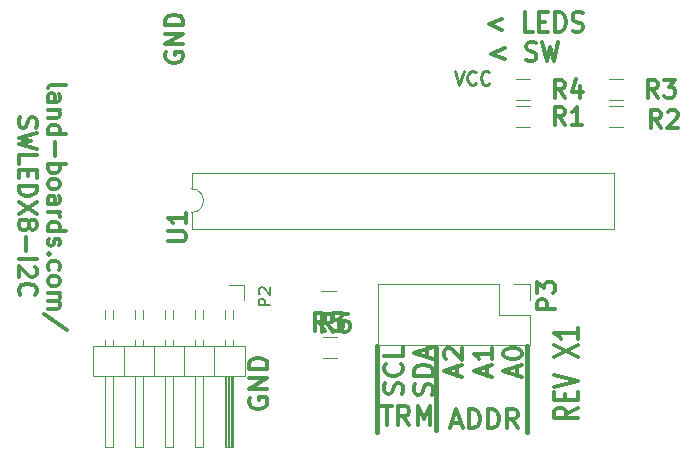
<source format=gbr>
G04 #@! TF.FileFunction,Legend,Top*
%FSLAX46Y46*%
G04 Gerber Fmt 4.6, Leading zero omitted, Abs format (unit mm)*
G04 Created by KiCad (PCBNEW (after 2015-mar-04 BZR unknown)-product) date 5/15/2017 4:50:43 PM*
%MOMM*%
G01*
G04 APERTURE LIST*
%ADD10C,0.150000*%
%ADD11C,0.381000*%
%ADD12C,0.304800*%
%ADD13C,0.285750*%
%ADD14C,0.375000*%
%ADD15C,0.120000*%
G04 APERTURE END LIST*
D10*
D11*
X48017000Y-47902000D02*
X48017000Y-40917000D01*
X55710000Y-48029000D02*
X55710000Y-40790000D01*
X42983000Y-40790000D02*
X42983000Y-48029000D01*
D12*
X49331033Y-47254583D02*
X50099081Y-47254583D01*
X49177424Y-47708155D02*
X49715057Y-46120655D01*
X50252690Y-47708155D01*
X50790324Y-47708155D02*
X50790324Y-46120655D01*
X51174348Y-46120655D01*
X51404762Y-46196250D01*
X51558371Y-46347440D01*
X51635176Y-46498631D01*
X51711981Y-46801012D01*
X51711981Y-47027798D01*
X51635176Y-47330179D01*
X51558371Y-47481369D01*
X51404762Y-47632560D01*
X51174348Y-47708155D01*
X50790324Y-47708155D01*
X52403224Y-47708155D02*
X52403224Y-46120655D01*
X52787248Y-46120655D01*
X53017662Y-46196250D01*
X53171271Y-46347440D01*
X53248076Y-46498631D01*
X53324881Y-46801012D01*
X53324881Y-47027798D01*
X53248076Y-47330179D01*
X53171271Y-47481369D01*
X53017662Y-47632560D01*
X52787248Y-47708155D01*
X52403224Y-47708155D01*
X54937781Y-47708155D02*
X54400148Y-46952202D01*
X54016124Y-47708155D02*
X54016124Y-46120655D01*
X54630562Y-46120655D01*
X54784171Y-46196250D01*
X54860976Y-46271845D01*
X54937781Y-46423036D01*
X54937781Y-46649821D01*
X54860976Y-46801012D01*
X54784171Y-46876607D01*
X54630562Y-46952202D01*
X54016124Y-46952202D01*
X43368520Y-45830655D02*
X44290177Y-45830655D01*
X43829348Y-47418155D02*
X43829348Y-45830655D01*
X45749467Y-47418155D02*
X45211834Y-46662202D01*
X44827810Y-47418155D02*
X44827810Y-45830655D01*
X45442248Y-45830655D01*
X45595857Y-45906250D01*
X45672662Y-45981845D01*
X45749467Y-46133036D01*
X45749467Y-46359821D01*
X45672662Y-46511012D01*
X45595857Y-46586607D01*
X45442248Y-46662202D01*
X44827810Y-46662202D01*
X46440710Y-47418155D02*
X46440710Y-45830655D01*
X46978343Y-46964583D01*
X47515976Y-45830655D01*
X47515976Y-47418155D01*
X45117960Y-44787457D02*
X45193555Y-44557043D01*
X45193555Y-44173019D01*
X45117960Y-44019409D01*
X45042364Y-43942605D01*
X44891174Y-43865800D01*
X44739983Y-43865800D01*
X44588793Y-43942605D01*
X44513198Y-44019409D01*
X44437602Y-44173019D01*
X44362007Y-44480238D01*
X44286412Y-44633847D01*
X44210817Y-44710652D01*
X44059626Y-44787457D01*
X43908436Y-44787457D01*
X43757245Y-44710652D01*
X43681650Y-44633847D01*
X43606055Y-44480238D01*
X43606055Y-44096214D01*
X43681650Y-43865800D01*
X45042364Y-42252900D02*
X45117960Y-42329705D01*
X45193555Y-42560119D01*
X45193555Y-42713729D01*
X45117960Y-42944143D01*
X44966769Y-43097752D01*
X44815579Y-43174557D01*
X44513198Y-43251362D01*
X44286412Y-43251362D01*
X43984031Y-43174557D01*
X43832840Y-43097752D01*
X43681650Y-42944143D01*
X43606055Y-42713729D01*
X43606055Y-42560119D01*
X43681650Y-42329705D01*
X43757245Y-42252900D01*
X45193555Y-40793610D02*
X45193555Y-41561657D01*
X43606055Y-41561657D01*
X47645260Y-44864262D02*
X47720855Y-44633848D01*
X47720855Y-44249824D01*
X47645260Y-44096214D01*
X47569664Y-44019410D01*
X47418474Y-43942605D01*
X47267283Y-43942605D01*
X47116093Y-44019410D01*
X47040498Y-44096214D01*
X46964902Y-44249824D01*
X46889307Y-44557043D01*
X46813712Y-44710652D01*
X46738117Y-44787457D01*
X46586926Y-44864262D01*
X46435736Y-44864262D01*
X46284545Y-44787457D01*
X46208950Y-44710652D01*
X46133355Y-44557043D01*
X46133355Y-44173019D01*
X46208950Y-43942605D01*
X47720855Y-43251362D02*
X46133355Y-43251362D01*
X46133355Y-42867338D01*
X46208950Y-42636924D01*
X46360140Y-42483315D01*
X46511331Y-42406510D01*
X46813712Y-42329705D01*
X47040498Y-42329705D01*
X47342879Y-42406510D01*
X47494069Y-42483315D01*
X47645260Y-42636924D01*
X47720855Y-42867338D01*
X47720855Y-43251362D01*
X47267283Y-41715267D02*
X47267283Y-40947219D01*
X47720855Y-41868876D02*
X46133355Y-41331243D01*
X47720855Y-40793610D01*
X49794583Y-43251362D02*
X49794583Y-42483314D01*
X50248155Y-43404971D02*
X48660655Y-42867338D01*
X50248155Y-42329705D01*
X48811845Y-41868876D02*
X48736250Y-41792071D01*
X48660655Y-41638462D01*
X48660655Y-41254438D01*
X48736250Y-41100828D01*
X48811845Y-41024024D01*
X48963036Y-40947219D01*
X49114226Y-40947219D01*
X49341012Y-41024024D01*
X50248155Y-41945681D01*
X50248155Y-40947219D01*
X52321883Y-43251362D02*
X52321883Y-42483314D01*
X52775455Y-43404971D02*
X51187955Y-42867338D01*
X52775455Y-42329705D01*
X52775455Y-40947219D02*
X52775455Y-41868876D01*
X52775455Y-41408047D02*
X51187955Y-41408047D01*
X51414740Y-41561657D01*
X51565931Y-41715266D01*
X51641526Y-41868876D01*
X54849183Y-43251362D02*
X54849183Y-42483314D01*
X55302755Y-43404971D02*
X53715255Y-42867338D01*
X55302755Y-42329705D01*
X53715255Y-41484852D02*
X53715255Y-41331243D01*
X53790850Y-41177633D01*
X53866445Y-41100828D01*
X54017636Y-41024024D01*
X54320017Y-40947219D01*
X54697993Y-40947219D01*
X55000374Y-41024024D01*
X55151564Y-41100828D01*
X55227160Y-41177633D01*
X55302755Y-41331243D01*
X55302755Y-41484852D01*
X55227160Y-41638462D01*
X55151564Y-41715266D01*
X55000374Y-41792071D01*
X54697993Y-41868876D01*
X54320017Y-41868876D01*
X54017636Y-41792071D01*
X53866445Y-41715266D01*
X53790850Y-41638462D01*
X53715255Y-41484852D01*
X32226250Y-45126124D02*
X32150655Y-45279733D01*
X32150655Y-45510148D01*
X32226250Y-45740562D01*
X32377440Y-45894171D01*
X32528631Y-45970976D01*
X32831012Y-46047781D01*
X33057798Y-46047781D01*
X33360179Y-45970976D01*
X33511369Y-45894171D01*
X33662560Y-45740562D01*
X33738155Y-45510148D01*
X33738155Y-45356538D01*
X33662560Y-45126124D01*
X33586964Y-45049319D01*
X33057798Y-45049319D01*
X33057798Y-45356538D01*
X33738155Y-44358076D02*
X32150655Y-44358076D01*
X33738155Y-43436419D01*
X32150655Y-43436419D01*
X33738155Y-42668371D02*
X32150655Y-42668371D01*
X32150655Y-42284347D01*
X32226250Y-42053933D01*
X32377440Y-41900324D01*
X32528631Y-41823519D01*
X32831012Y-41746714D01*
X33057798Y-41746714D01*
X33360179Y-41823519D01*
X33511369Y-41900324D01*
X33662560Y-42053933D01*
X33738155Y-42284347D01*
X33738155Y-42668371D01*
D13*
X49576000Y-17474071D02*
X49957000Y-18617071D01*
X50338000Y-17474071D01*
X51372143Y-18508214D02*
X51317714Y-18562643D01*
X51154428Y-18617071D01*
X51045571Y-18617071D01*
X50882286Y-18562643D01*
X50773428Y-18453786D01*
X50719000Y-18344929D01*
X50664571Y-18127214D01*
X50664571Y-17963929D01*
X50719000Y-17746214D01*
X50773428Y-17637357D01*
X50882286Y-17528500D01*
X51045571Y-17474071D01*
X51154428Y-17474071D01*
X51317714Y-17528500D01*
X51372143Y-17582929D01*
X52515143Y-18508214D02*
X52460714Y-18562643D01*
X52297428Y-18617071D01*
X52188571Y-18617071D01*
X52025286Y-18562643D01*
X51916428Y-18453786D01*
X51862000Y-18344929D01*
X51807571Y-18127214D01*
X51807571Y-17963929D01*
X51862000Y-17746214D01*
X51916428Y-17637357D01*
X52025286Y-17528500D01*
X52188571Y-17474071D01*
X52297428Y-17474071D01*
X52460714Y-17528500D01*
X52515143Y-17582929D01*
D12*
X53824000Y-15546214D02*
X52662857Y-16017929D01*
X53824000Y-16489643D01*
X55638286Y-16568262D02*
X55856000Y-16646881D01*
X56218857Y-16646881D01*
X56364000Y-16568262D01*
X56436571Y-16489643D01*
X56509143Y-16332405D01*
X56509143Y-16175167D01*
X56436571Y-16017929D01*
X56364000Y-15939310D01*
X56218857Y-15860690D01*
X55928571Y-15782071D01*
X55783429Y-15703452D01*
X55710857Y-15624833D01*
X55638286Y-15467595D01*
X55638286Y-15310357D01*
X55710857Y-15153119D01*
X55783429Y-15074500D01*
X55928571Y-14995881D01*
X56291429Y-14995881D01*
X56509143Y-15074500D01*
X57017143Y-14995881D02*
X57380000Y-16646881D01*
X57670286Y-15467595D01*
X57960572Y-16646881D01*
X58323429Y-14995881D01*
X53624000Y-13046214D02*
X52462857Y-13517929D01*
X53624000Y-13989643D01*
X56236571Y-14146881D02*
X55510857Y-14146881D01*
X55510857Y-12495881D01*
X56744571Y-13282071D02*
X57252571Y-13282071D01*
X57470285Y-14146881D02*
X56744571Y-14146881D01*
X56744571Y-12495881D01*
X57470285Y-12495881D01*
X58123428Y-14146881D02*
X58123428Y-12495881D01*
X58486285Y-12495881D01*
X58704000Y-12574500D01*
X58849142Y-12731738D01*
X58921714Y-12888976D01*
X58994285Y-13203452D01*
X58994285Y-13439310D01*
X58921714Y-13753786D01*
X58849142Y-13911024D01*
X58704000Y-14068262D01*
X58486285Y-14146881D01*
X58123428Y-14146881D01*
X59574857Y-14068262D02*
X59792571Y-14146881D01*
X60155428Y-14146881D01*
X60300571Y-14068262D01*
X60373142Y-13989643D01*
X60445714Y-13832405D01*
X60445714Y-13675167D01*
X60373142Y-13517929D01*
X60300571Y-13439310D01*
X60155428Y-13360690D01*
X59865142Y-13282071D01*
X59720000Y-13203452D01*
X59647428Y-13124833D01*
X59574857Y-12967595D01*
X59574857Y-12810357D01*
X59647428Y-12653119D01*
X59720000Y-12574500D01*
X59865142Y-12495881D01*
X60228000Y-12495881D01*
X60445714Y-12574500D01*
X25146000Y-15893142D02*
X25073429Y-16038285D01*
X25073429Y-16255999D01*
X25146000Y-16473714D01*
X25291143Y-16618856D01*
X25436286Y-16691428D01*
X25726571Y-16763999D01*
X25944286Y-16763999D01*
X26234571Y-16691428D01*
X26379714Y-16618856D01*
X26524857Y-16473714D01*
X26597429Y-16255999D01*
X26597429Y-16110856D01*
X26524857Y-15893142D01*
X26452286Y-15820571D01*
X25944286Y-15820571D01*
X25944286Y-16110856D01*
X26597429Y-15167428D02*
X25073429Y-15167428D01*
X26597429Y-14296571D01*
X25073429Y-14296571D01*
X26597429Y-13570857D02*
X25073429Y-13570857D01*
X25073429Y-13208000D01*
X25146000Y-12990285D01*
X25291143Y-12845143D01*
X25436286Y-12772571D01*
X25726571Y-12700000D01*
X25944286Y-12700000D01*
X26234571Y-12772571D01*
X26379714Y-12845143D01*
X26524857Y-12990285D01*
X26597429Y-13208000D01*
X26597429Y-13570857D01*
D14*
X15158929Y-18864286D02*
X15230357Y-18721428D01*
X15373214Y-18650000D01*
X16658929Y-18650000D01*
X15158929Y-20078571D02*
X15944643Y-20078571D01*
X16087500Y-20007142D01*
X16158929Y-19864285D01*
X16158929Y-19578571D01*
X16087500Y-19435714D01*
X15230357Y-20078571D02*
X15158929Y-19935714D01*
X15158929Y-19578571D01*
X15230357Y-19435714D01*
X15373214Y-19364285D01*
X15516071Y-19364285D01*
X15658929Y-19435714D01*
X15730357Y-19578571D01*
X15730357Y-19935714D01*
X15801786Y-20078571D01*
X16158929Y-20792857D02*
X15158929Y-20792857D01*
X16016071Y-20792857D02*
X16087500Y-20864285D01*
X16158929Y-21007143D01*
X16158929Y-21221428D01*
X16087500Y-21364285D01*
X15944643Y-21435714D01*
X15158929Y-21435714D01*
X15158929Y-22792857D02*
X16658929Y-22792857D01*
X15230357Y-22792857D02*
X15158929Y-22650000D01*
X15158929Y-22364286D01*
X15230357Y-22221428D01*
X15301786Y-22150000D01*
X15444643Y-22078571D01*
X15873214Y-22078571D01*
X16016071Y-22150000D01*
X16087500Y-22221428D01*
X16158929Y-22364286D01*
X16158929Y-22650000D01*
X16087500Y-22792857D01*
X15730357Y-23507143D02*
X15730357Y-24650000D01*
X15158929Y-25364286D02*
X16658929Y-25364286D01*
X16087500Y-25364286D02*
X16158929Y-25507143D01*
X16158929Y-25792857D01*
X16087500Y-25935714D01*
X16016071Y-26007143D01*
X15873214Y-26078572D01*
X15444643Y-26078572D01*
X15301786Y-26007143D01*
X15230357Y-25935714D01*
X15158929Y-25792857D01*
X15158929Y-25507143D01*
X15230357Y-25364286D01*
X15158929Y-26935715D02*
X15230357Y-26792857D01*
X15301786Y-26721429D01*
X15444643Y-26650000D01*
X15873214Y-26650000D01*
X16016071Y-26721429D01*
X16087500Y-26792857D01*
X16158929Y-26935715D01*
X16158929Y-27150000D01*
X16087500Y-27292857D01*
X16016071Y-27364286D01*
X15873214Y-27435715D01*
X15444643Y-27435715D01*
X15301786Y-27364286D01*
X15230357Y-27292857D01*
X15158929Y-27150000D01*
X15158929Y-26935715D01*
X15158929Y-28721429D02*
X15944643Y-28721429D01*
X16087500Y-28650000D01*
X16158929Y-28507143D01*
X16158929Y-28221429D01*
X16087500Y-28078572D01*
X15230357Y-28721429D02*
X15158929Y-28578572D01*
X15158929Y-28221429D01*
X15230357Y-28078572D01*
X15373214Y-28007143D01*
X15516071Y-28007143D01*
X15658929Y-28078572D01*
X15730357Y-28221429D01*
X15730357Y-28578572D01*
X15801786Y-28721429D01*
X15158929Y-29435715D02*
X16158929Y-29435715D01*
X15873214Y-29435715D02*
X16016071Y-29507143D01*
X16087500Y-29578572D01*
X16158929Y-29721429D01*
X16158929Y-29864286D01*
X15158929Y-31007143D02*
X16658929Y-31007143D01*
X15230357Y-31007143D02*
X15158929Y-30864286D01*
X15158929Y-30578572D01*
X15230357Y-30435714D01*
X15301786Y-30364286D01*
X15444643Y-30292857D01*
X15873214Y-30292857D01*
X16016071Y-30364286D01*
X16087500Y-30435714D01*
X16158929Y-30578572D01*
X16158929Y-30864286D01*
X16087500Y-31007143D01*
X15230357Y-31650000D02*
X15158929Y-31792857D01*
X15158929Y-32078572D01*
X15230357Y-32221429D01*
X15373214Y-32292857D01*
X15444643Y-32292857D01*
X15587500Y-32221429D01*
X15658929Y-32078572D01*
X15658929Y-31864286D01*
X15730357Y-31721429D01*
X15873214Y-31650000D01*
X15944643Y-31650000D01*
X16087500Y-31721429D01*
X16158929Y-31864286D01*
X16158929Y-32078572D01*
X16087500Y-32221429D01*
X15301786Y-32935715D02*
X15230357Y-33007143D01*
X15158929Y-32935715D01*
X15230357Y-32864286D01*
X15301786Y-32935715D01*
X15158929Y-32935715D01*
X15230357Y-34292858D02*
X15158929Y-34150001D01*
X15158929Y-33864287D01*
X15230357Y-33721429D01*
X15301786Y-33650001D01*
X15444643Y-33578572D01*
X15873214Y-33578572D01*
X16016071Y-33650001D01*
X16087500Y-33721429D01*
X16158929Y-33864287D01*
X16158929Y-34150001D01*
X16087500Y-34292858D01*
X15158929Y-35150001D02*
X15230357Y-35007143D01*
X15301786Y-34935715D01*
X15444643Y-34864286D01*
X15873214Y-34864286D01*
X16016071Y-34935715D01*
X16087500Y-35007143D01*
X16158929Y-35150001D01*
X16158929Y-35364286D01*
X16087500Y-35507143D01*
X16016071Y-35578572D01*
X15873214Y-35650001D01*
X15444643Y-35650001D01*
X15301786Y-35578572D01*
X15230357Y-35507143D01*
X15158929Y-35364286D01*
X15158929Y-35150001D01*
X15158929Y-36292858D02*
X16158929Y-36292858D01*
X16016071Y-36292858D02*
X16087500Y-36364286D01*
X16158929Y-36507144D01*
X16158929Y-36721429D01*
X16087500Y-36864286D01*
X15944643Y-36935715D01*
X15158929Y-36935715D01*
X15944643Y-36935715D02*
X16087500Y-37007144D01*
X16158929Y-37150001D01*
X16158929Y-37364286D01*
X16087500Y-37507144D01*
X15944643Y-37578572D01*
X15158929Y-37578572D01*
X16730357Y-39364286D02*
X14801786Y-38078572D01*
X12755357Y-21400000D02*
X12683929Y-21614286D01*
X12683929Y-21971429D01*
X12755357Y-22114286D01*
X12826786Y-22185715D01*
X12969643Y-22257143D01*
X13112500Y-22257143D01*
X13255357Y-22185715D01*
X13326786Y-22114286D01*
X13398214Y-21971429D01*
X13469643Y-21685715D01*
X13541071Y-21542857D01*
X13612500Y-21471429D01*
X13755357Y-21400000D01*
X13898214Y-21400000D01*
X14041071Y-21471429D01*
X14112500Y-21542857D01*
X14183929Y-21685715D01*
X14183929Y-22042857D01*
X14112500Y-22257143D01*
X14183929Y-22757143D02*
X12683929Y-23114286D01*
X13755357Y-23400000D01*
X12683929Y-23685714D01*
X14183929Y-24042857D01*
X12683929Y-25328572D02*
X12683929Y-24614286D01*
X14183929Y-24614286D01*
X13469643Y-25828572D02*
X13469643Y-26328572D01*
X12683929Y-26542858D02*
X12683929Y-25828572D01*
X14183929Y-25828572D01*
X14183929Y-26542858D01*
X12683929Y-27185715D02*
X14183929Y-27185715D01*
X14183929Y-27542858D01*
X14112500Y-27757143D01*
X13969643Y-27900001D01*
X13826786Y-27971429D01*
X13541071Y-28042858D01*
X13326786Y-28042858D01*
X13041071Y-27971429D01*
X12898214Y-27900001D01*
X12755357Y-27757143D01*
X12683929Y-27542858D01*
X12683929Y-27185715D01*
X14183929Y-28542858D02*
X12683929Y-29542858D01*
X14183929Y-29542858D02*
X12683929Y-28542858D01*
X13541071Y-30328572D02*
X13612500Y-30185714D01*
X13683929Y-30114286D01*
X13826786Y-30042857D01*
X13898214Y-30042857D01*
X14041071Y-30114286D01*
X14112500Y-30185714D01*
X14183929Y-30328572D01*
X14183929Y-30614286D01*
X14112500Y-30757143D01*
X14041071Y-30828572D01*
X13898214Y-30900000D01*
X13826786Y-30900000D01*
X13683929Y-30828572D01*
X13612500Y-30757143D01*
X13541071Y-30614286D01*
X13541071Y-30328572D01*
X13469643Y-30185714D01*
X13398214Y-30114286D01*
X13255357Y-30042857D01*
X12969643Y-30042857D01*
X12826786Y-30114286D01*
X12755357Y-30185714D01*
X12683929Y-30328572D01*
X12683929Y-30614286D01*
X12755357Y-30757143D01*
X12826786Y-30828572D01*
X12969643Y-30900000D01*
X13255357Y-30900000D01*
X13398214Y-30828572D01*
X13469643Y-30757143D01*
X13541071Y-30614286D01*
X13255357Y-31542857D02*
X13255357Y-32685714D01*
X12683929Y-33400000D02*
X14183929Y-33400000D01*
X14041071Y-34042857D02*
X14112500Y-34114286D01*
X14183929Y-34257143D01*
X14183929Y-34614286D01*
X14112500Y-34757143D01*
X14041071Y-34828572D01*
X13898214Y-34900000D01*
X13755357Y-34900000D01*
X13541071Y-34828572D01*
X12683929Y-33971429D01*
X12683929Y-34900000D01*
X12826786Y-36400000D02*
X12755357Y-36328571D01*
X12683929Y-36114285D01*
X12683929Y-35971428D01*
X12755357Y-35757143D01*
X12898214Y-35614285D01*
X13041071Y-35542857D01*
X13326786Y-35471428D01*
X13541071Y-35471428D01*
X13826786Y-35542857D01*
X13969643Y-35614285D01*
X14112500Y-35757143D01*
X14183929Y-35971428D01*
X14183929Y-36114285D01*
X14112500Y-36328571D01*
X14041071Y-36400000D01*
D12*
X60019238Y-46002858D02*
X59051619Y-46510858D01*
X60019238Y-46873715D02*
X57987238Y-46873715D01*
X57987238Y-46293143D01*
X58084000Y-46148001D01*
X58180762Y-46075429D01*
X58374286Y-46002858D01*
X58664571Y-46002858D01*
X58858095Y-46075429D01*
X58954857Y-46148001D01*
X59051619Y-46293143D01*
X59051619Y-46873715D01*
X58954857Y-45349715D02*
X58954857Y-44841715D01*
X60019238Y-44624001D02*
X60019238Y-45349715D01*
X57987238Y-45349715D01*
X57987238Y-44624001D01*
X57987238Y-44188572D02*
X60019238Y-43680572D01*
X57987238Y-43172572D01*
X57987238Y-41648572D02*
X60019238Y-40632572D01*
X57987238Y-40632572D02*
X60019238Y-41648572D01*
X60019238Y-39253714D02*
X60019238Y-40124571D01*
X60019238Y-39689143D02*
X57987238Y-39689143D01*
X58277524Y-39834286D01*
X58471048Y-39979428D01*
X58567810Y-40124571D01*
D15*
X54772000Y-20456000D02*
X55972000Y-20456000D01*
X55972000Y-22216000D02*
X54772000Y-22216000D01*
X62646000Y-20456000D02*
X63846000Y-20456000D01*
X63846000Y-22216000D02*
X62646000Y-22216000D01*
X62646000Y-18170000D02*
X63846000Y-18170000D01*
X63846000Y-19930000D02*
X62646000Y-19930000D01*
X54772000Y-18170000D02*
X55972000Y-18170000D01*
X55972000Y-19930000D02*
X54772000Y-19930000D01*
X39500000Y-37880000D02*
X38300000Y-37880000D01*
X38300000Y-36120000D02*
X39500000Y-36120000D01*
X39600000Y-41780000D02*
X38400000Y-41780000D01*
X38400000Y-40020000D02*
X39600000Y-40020000D01*
X53340000Y-35500000D02*
X43120000Y-35500000D01*
X43120000Y-35500000D02*
X43120000Y-40700000D01*
X43120000Y-40700000D02*
X55940000Y-40700000D01*
X55940000Y-40700000D02*
X55940000Y-38100000D01*
X55940000Y-38100000D02*
X53340000Y-38100000D01*
X53340000Y-38100000D02*
X53340000Y-35500000D01*
X54610000Y-35500000D02*
X55940000Y-35500000D01*
X55940000Y-35500000D02*
X55940000Y-36830000D01*
X27312000Y-29448000D02*
X27312000Y-30818000D01*
X27312000Y-30818000D02*
X63112000Y-30818000D01*
X63112000Y-30818000D02*
X63112000Y-26078000D01*
X63112000Y-26078000D02*
X27312000Y-26078000D01*
X27312000Y-26078000D02*
X27312000Y-27448000D01*
X27312000Y-27448000D02*
G75*
G02X27312000Y-29448000I0J-1000000D01*
G01*
X31810000Y-40710000D02*
X29210000Y-40710000D01*
X29210000Y-40710000D02*
X29210000Y-43330000D01*
X29210000Y-43330000D02*
X31810000Y-43330000D01*
X31810000Y-43330000D02*
X31810000Y-40710000D01*
X30860000Y-43330000D02*
X30100000Y-43330000D01*
X30100000Y-43330000D02*
X30100000Y-49330000D01*
X30100000Y-49330000D02*
X30860000Y-49330000D01*
X30860000Y-49330000D02*
X30860000Y-43330000D01*
X30860000Y-40280000D02*
X30860000Y-40710000D01*
X30100000Y-40280000D02*
X30100000Y-40710000D01*
X30860000Y-37740000D02*
X30860000Y-38460000D01*
X30100000Y-37740000D02*
X30100000Y-38460000D01*
X30740000Y-43330000D02*
X30740000Y-49330000D01*
X30620000Y-43330000D02*
X30620000Y-49330000D01*
X30500000Y-43330000D02*
X30500000Y-49330000D01*
X30380000Y-43330000D02*
X30380000Y-49330000D01*
X30260000Y-43330000D02*
X30260000Y-49330000D01*
X30140000Y-43330000D02*
X30140000Y-49330000D01*
X29210000Y-40710000D02*
X26670000Y-40710000D01*
X26670000Y-40710000D02*
X26670000Y-43330000D01*
X26670000Y-43330000D02*
X29210000Y-43330000D01*
X29210000Y-43330000D02*
X29210000Y-40710000D01*
X28320000Y-43330000D02*
X27560000Y-43330000D01*
X27560000Y-43330000D02*
X27560000Y-49330000D01*
X27560000Y-49330000D02*
X28320000Y-49330000D01*
X28320000Y-49330000D02*
X28320000Y-43330000D01*
X28320000Y-40280000D02*
X28320000Y-40710000D01*
X27560000Y-40280000D02*
X27560000Y-40710000D01*
X28320000Y-37740000D02*
X28320000Y-38460000D01*
X27560000Y-37740000D02*
X27560000Y-38460000D01*
X26670000Y-40710000D02*
X24130000Y-40710000D01*
X24130000Y-40710000D02*
X24130000Y-43330000D01*
X24130000Y-43330000D02*
X26670000Y-43330000D01*
X26670000Y-43330000D02*
X26670000Y-40710000D01*
X25780000Y-43330000D02*
X25020000Y-43330000D01*
X25020000Y-43330000D02*
X25020000Y-49330000D01*
X25020000Y-49330000D02*
X25780000Y-49330000D01*
X25780000Y-49330000D02*
X25780000Y-43330000D01*
X25780000Y-40280000D02*
X25780000Y-40710000D01*
X25020000Y-40280000D02*
X25020000Y-40710000D01*
X25780000Y-37740000D02*
X25780000Y-38460000D01*
X25020000Y-37740000D02*
X25020000Y-38460000D01*
X24130000Y-40710000D02*
X21590000Y-40710000D01*
X21590000Y-40710000D02*
X21590000Y-43330000D01*
X21590000Y-43330000D02*
X24130000Y-43330000D01*
X24130000Y-43330000D02*
X24130000Y-40710000D01*
X23240000Y-43330000D02*
X22480000Y-43330000D01*
X22480000Y-43330000D02*
X22480000Y-49330000D01*
X22480000Y-49330000D02*
X23240000Y-49330000D01*
X23240000Y-49330000D02*
X23240000Y-43330000D01*
X23240000Y-40280000D02*
X23240000Y-40710000D01*
X22480000Y-40280000D02*
X22480000Y-40710000D01*
X23240000Y-37740000D02*
X23240000Y-38460000D01*
X22480000Y-37740000D02*
X22480000Y-38460000D01*
X21590000Y-40710000D02*
X18990000Y-40710000D01*
X18990000Y-40710000D02*
X18990000Y-43330000D01*
X18990000Y-43330000D02*
X21590000Y-43330000D01*
X21590000Y-43330000D02*
X21590000Y-40710000D01*
X20700000Y-43330000D02*
X19940000Y-43330000D01*
X19940000Y-43330000D02*
X19940000Y-49330000D01*
X19940000Y-49330000D02*
X20700000Y-49330000D01*
X20700000Y-49330000D02*
X20700000Y-43330000D01*
X20700000Y-40280000D02*
X20700000Y-40710000D01*
X19940000Y-40280000D02*
X19940000Y-40710000D01*
X20700000Y-37740000D02*
X20700000Y-38460000D01*
X19940000Y-37740000D02*
X19940000Y-38460000D01*
X30480000Y-35560000D02*
X31750000Y-35560000D01*
X31750000Y-35560000D02*
X31750000Y-36830000D01*
D12*
X58928000Y-22025429D02*
X58420000Y-21299714D01*
X58057143Y-22025429D02*
X58057143Y-20501429D01*
X58637715Y-20501429D01*
X58782857Y-20574000D01*
X58855429Y-20646571D01*
X58928000Y-20791714D01*
X58928000Y-21009429D01*
X58855429Y-21154571D01*
X58782857Y-21227143D01*
X58637715Y-21299714D01*
X58057143Y-21299714D01*
X60379429Y-22025429D02*
X59508572Y-22025429D01*
X59944000Y-22025429D02*
X59944000Y-20501429D01*
X59798857Y-20719143D01*
X59653715Y-20864286D01*
X59508572Y-20936857D01*
X67056000Y-22279429D02*
X66548000Y-21553714D01*
X66185143Y-22279429D02*
X66185143Y-20755429D01*
X66765715Y-20755429D01*
X66910857Y-20828000D01*
X66983429Y-20900571D01*
X67056000Y-21045714D01*
X67056000Y-21263429D01*
X66983429Y-21408571D01*
X66910857Y-21481143D01*
X66765715Y-21553714D01*
X66185143Y-21553714D01*
X67636572Y-20900571D02*
X67709143Y-20828000D01*
X67854286Y-20755429D01*
X68217143Y-20755429D01*
X68362286Y-20828000D01*
X68434857Y-20900571D01*
X68507429Y-21045714D01*
X68507429Y-21190857D01*
X68434857Y-21408571D01*
X67564000Y-22279429D01*
X68507429Y-22279429D01*
X66802000Y-19739429D02*
X66294000Y-19013714D01*
X65931143Y-19739429D02*
X65931143Y-18215429D01*
X66511715Y-18215429D01*
X66656857Y-18288000D01*
X66729429Y-18360571D01*
X66802000Y-18505714D01*
X66802000Y-18723429D01*
X66729429Y-18868571D01*
X66656857Y-18941143D01*
X66511715Y-19013714D01*
X65931143Y-19013714D01*
X67310000Y-18215429D02*
X68253429Y-18215429D01*
X67745429Y-18796000D01*
X67963143Y-18796000D01*
X68108286Y-18868571D01*
X68180857Y-18941143D01*
X68253429Y-19086286D01*
X68253429Y-19449143D01*
X68180857Y-19594286D01*
X68108286Y-19666857D01*
X67963143Y-19739429D01*
X67527715Y-19739429D01*
X67382572Y-19666857D01*
X67310000Y-19594286D01*
X58928000Y-19739429D02*
X58420000Y-19013714D01*
X58057143Y-19739429D02*
X58057143Y-18215429D01*
X58637715Y-18215429D01*
X58782857Y-18288000D01*
X58855429Y-18360571D01*
X58928000Y-18505714D01*
X58928000Y-18723429D01*
X58855429Y-18868571D01*
X58782857Y-18941143D01*
X58637715Y-19013714D01*
X58057143Y-19013714D01*
X60234286Y-18723429D02*
X60234286Y-19739429D01*
X59871429Y-18142857D02*
X59508572Y-19231429D01*
X60452000Y-19231429D01*
X38646000Y-39467429D02*
X38138000Y-38741714D01*
X37775143Y-39467429D02*
X37775143Y-37943429D01*
X38355715Y-37943429D01*
X38500857Y-38016000D01*
X38573429Y-38088571D01*
X38646000Y-38233714D01*
X38646000Y-38451429D01*
X38573429Y-38596571D01*
X38500857Y-38669143D01*
X38355715Y-38741714D01*
X37775143Y-38741714D01*
X40024857Y-37943429D02*
X39299143Y-37943429D01*
X39226572Y-38669143D01*
X39299143Y-38596571D01*
X39444286Y-38524000D01*
X39807143Y-38524000D01*
X39952286Y-38596571D01*
X40024857Y-38669143D01*
X40097429Y-38814286D01*
X40097429Y-39177143D01*
X40024857Y-39322286D01*
X39952286Y-39394857D01*
X39807143Y-39467429D01*
X39444286Y-39467429D01*
X39299143Y-39394857D01*
X39226572Y-39322286D01*
X39254000Y-39557429D02*
X38746000Y-38831714D01*
X38383143Y-39557429D02*
X38383143Y-38033429D01*
X38963715Y-38033429D01*
X39108857Y-38106000D01*
X39181429Y-38178571D01*
X39254000Y-38323714D01*
X39254000Y-38541429D01*
X39181429Y-38686571D01*
X39108857Y-38759143D01*
X38963715Y-38831714D01*
X38383143Y-38831714D01*
X40560286Y-38033429D02*
X40270000Y-38033429D01*
X40124857Y-38106000D01*
X40052286Y-38178571D01*
X39907143Y-38396286D01*
X39834572Y-38686571D01*
X39834572Y-39267143D01*
X39907143Y-39412286D01*
X39979715Y-39484857D01*
X40124857Y-39557429D01*
X40415143Y-39557429D01*
X40560286Y-39484857D01*
X40632857Y-39412286D01*
X40705429Y-39267143D01*
X40705429Y-38904286D01*
X40632857Y-38759143D01*
X40560286Y-38686571D01*
X40415143Y-38614000D01*
X40124857Y-38614000D01*
X39979715Y-38686571D01*
X39907143Y-38759143D01*
X39834572Y-38904286D01*
X58099429Y-37654857D02*
X56575429Y-37654857D01*
X56575429Y-37074285D01*
X56648000Y-36929143D01*
X56720571Y-36856571D01*
X56865714Y-36784000D01*
X57083429Y-36784000D01*
X57228571Y-36856571D01*
X57301143Y-36929143D01*
X57373714Y-37074285D01*
X57373714Y-37654857D01*
X56575429Y-36276000D02*
X56575429Y-35332571D01*
X57156000Y-35840571D01*
X57156000Y-35622857D01*
X57228571Y-35477714D01*
X57301143Y-35405143D01*
X57446286Y-35332571D01*
X57809143Y-35332571D01*
X57954286Y-35405143D01*
X58026857Y-35477714D01*
X58099429Y-35622857D01*
X58099429Y-36058285D01*
X58026857Y-36203428D01*
X57954286Y-36276000D01*
X25327429Y-31895143D02*
X26561143Y-31895143D01*
X26706286Y-31822571D01*
X26778857Y-31750000D01*
X26851429Y-31604857D01*
X26851429Y-31314571D01*
X26778857Y-31169429D01*
X26706286Y-31096857D01*
X26561143Y-31024286D01*
X25327429Y-31024286D01*
X26851429Y-29500286D02*
X26851429Y-30371143D01*
X26851429Y-29935715D02*
X25327429Y-29935715D01*
X25545143Y-30080858D01*
X25690286Y-30226000D01*
X25762857Y-30371143D01*
D10*
X33980381Y-37314095D02*
X32980381Y-37314095D01*
X32980381Y-36933142D01*
X33028000Y-36837904D01*
X33075619Y-36790285D01*
X33170857Y-36742666D01*
X33313714Y-36742666D01*
X33408952Y-36790285D01*
X33456571Y-36837904D01*
X33504190Y-36933142D01*
X33504190Y-37314095D01*
X33075619Y-36361714D02*
X33028000Y-36314095D01*
X32980381Y-36218857D01*
X32980381Y-35980761D01*
X33028000Y-35885523D01*
X33075619Y-35837904D01*
X33170857Y-35790285D01*
X33266095Y-35790285D01*
X33408952Y-35837904D01*
X33980381Y-36409333D01*
X33980381Y-35790285D01*
M02*

</source>
